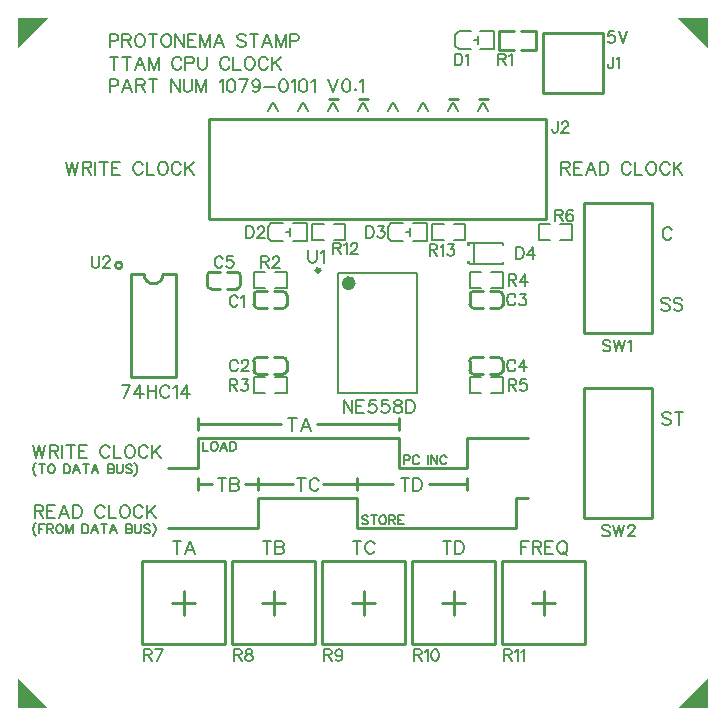
<source format=gto>
G04 Layer: TopSilkscreenLayer*
G04 Panelize: , Column: 2, Row: 2, Board Size: 58.42mm x 58.42mm, Panelized Board Size: 118.84mm x 118.84mm*
G04 EasyEDA v6.5.34, 2023-09-06 22:53:46*
G04 8447068ee38c4666810ae06fb5c4ba43,5a6b42c53f6a479593ecc07194224c93,10*
G04 Gerber Generator version 0.2*
G04 Scale: 100 percent, Rotated: No, Reflected: No *
G04 Dimensions in millimeters *
G04 leading zeros omitted , absolute positions ,4 integer and 5 decimal *
%FSLAX45Y45*%
%MOMM*%

%ADD10C,0.1524*%
%ADD11C,0.1520*%
%ADD12C,0.2540*%
%ADD13C,0.1500*%
%ADD14C,0.2000*%
%ADD15C,0.3000*%
%ADD16C,0.6000*%
%ADD17C,0.0176*%

%LPD*%
D10*
X5036565Y5511037D02*
G01*
X5036565Y5438394D01*
X5031993Y5424678D01*
X5027422Y5420105D01*
X5018277Y5415534D01*
X5009388Y5415534D01*
X5000243Y5420105D01*
X4995672Y5424678D01*
X4991100Y5438394D01*
X4991100Y5447537D01*
X5066538Y5493004D02*
G01*
X5075681Y5497576D01*
X5089397Y5511037D01*
X5089397Y5415534D01*
X5045709Y5726937D02*
G01*
X5000243Y5726937D01*
X4995672Y5686044D01*
X5000243Y5690615D01*
X5013706Y5695187D01*
X5027422Y5695187D01*
X5041138Y5690615D01*
X5050281Y5681471D01*
X5054854Y5668010D01*
X5054854Y5658865D01*
X5050281Y5645150D01*
X5041138Y5636005D01*
X5027422Y5631434D01*
X5013706Y5631434D01*
X5000243Y5636005D01*
X4995672Y5640578D01*
X4991100Y5649721D01*
X5084825Y5726937D02*
G01*
X5121147Y5631434D01*
X5157470Y5726937D02*
G01*
X5121147Y5631434D01*
X774700Y5703315D02*
G01*
X774700Y5594350D01*
X774700Y5703315D02*
G01*
X821436Y5703315D01*
X836929Y5698236D01*
X842263Y5692902D01*
X847344Y5682487D01*
X847344Y5666994D01*
X842263Y5656579D01*
X836929Y5651500D01*
X821436Y5646165D01*
X774700Y5646165D01*
X881634Y5703315D02*
G01*
X881634Y5594350D01*
X881634Y5703315D02*
G01*
X928370Y5703315D01*
X944118Y5698236D01*
X949197Y5692902D01*
X954531Y5682487D01*
X954531Y5672073D01*
X949197Y5661660D01*
X944118Y5656579D01*
X928370Y5651500D01*
X881634Y5651500D01*
X918210Y5651500D02*
G01*
X954531Y5594350D01*
X1019810Y5703315D02*
G01*
X1009650Y5698236D01*
X999236Y5687821D01*
X993902Y5677407D01*
X988821Y5661660D01*
X988821Y5635752D01*
X993902Y5620257D01*
X999236Y5609844D01*
X1009650Y5599429D01*
X1019810Y5594350D01*
X1040637Y5594350D01*
X1051052Y5599429D01*
X1061465Y5609844D01*
X1066800Y5620257D01*
X1071879Y5635752D01*
X1071879Y5661660D01*
X1066800Y5677407D01*
X1061465Y5687821D01*
X1051052Y5698236D01*
X1040637Y5703315D01*
X1019810Y5703315D01*
X1142492Y5703315D02*
G01*
X1142492Y5594350D01*
X1106170Y5703315D02*
G01*
X1178813Y5703315D01*
X1244345Y5703315D02*
G01*
X1233931Y5698236D01*
X1223518Y5687821D01*
X1218437Y5677407D01*
X1213104Y5661660D01*
X1213104Y5635752D01*
X1218437Y5620257D01*
X1223518Y5609844D01*
X1233931Y5599429D01*
X1244345Y5594350D01*
X1265173Y5594350D01*
X1275587Y5599429D01*
X1286002Y5609844D01*
X1291081Y5620257D01*
X1296415Y5635752D01*
X1296415Y5661660D01*
X1291081Y5677407D01*
X1286002Y5687821D01*
X1275587Y5698236D01*
X1265173Y5703315D01*
X1244345Y5703315D01*
X1330705Y5703315D02*
G01*
X1330705Y5594350D01*
X1330705Y5703315D02*
G01*
X1403350Y5594350D01*
X1403350Y5703315D02*
G01*
X1403350Y5594350D01*
X1437639Y5703315D02*
G01*
X1437639Y5594350D01*
X1437639Y5703315D02*
G01*
X1505204Y5703315D01*
X1437639Y5651500D02*
G01*
X1479295Y5651500D01*
X1437639Y5594350D02*
G01*
X1505204Y5594350D01*
X1539494Y5703315D02*
G01*
X1539494Y5594350D01*
X1539494Y5703315D02*
G01*
X1581150Y5594350D01*
X1622552Y5703315D02*
G01*
X1581150Y5594350D01*
X1622552Y5703315D02*
G01*
X1622552Y5594350D01*
X1698497Y5703315D02*
G01*
X1656842Y5594350D01*
X1698497Y5703315D02*
G01*
X1739900Y5594350D01*
X1672589Y5630671D02*
G01*
X1724405Y5630671D01*
X1927097Y5687821D02*
G01*
X1916684Y5698236D01*
X1901189Y5703315D01*
X1880362Y5703315D01*
X1864613Y5698236D01*
X1854200Y5687821D01*
X1854200Y5677407D01*
X1859534Y5666994D01*
X1864613Y5661660D01*
X1875028Y5656579D01*
X1906270Y5646165D01*
X1916684Y5641086D01*
X1921763Y5635752D01*
X1927097Y5625337D01*
X1927097Y5609844D01*
X1916684Y5599429D01*
X1901189Y5594350D01*
X1880362Y5594350D01*
X1864613Y5599429D01*
X1854200Y5609844D01*
X1997709Y5703315D02*
G01*
X1997709Y5594350D01*
X1961388Y5703315D02*
G01*
X2034031Y5703315D01*
X2109977Y5703315D02*
G01*
X2068322Y5594350D01*
X2109977Y5703315D02*
G01*
X2151379Y5594350D01*
X2084070Y5630671D02*
G01*
X2135886Y5630671D01*
X2185670Y5703315D02*
G01*
X2185670Y5594350D01*
X2185670Y5703315D02*
G01*
X2227325Y5594350D01*
X2268981Y5703315D02*
G01*
X2227325Y5594350D01*
X2268981Y5703315D02*
G01*
X2268981Y5594350D01*
X2303272Y5703315D02*
G01*
X2303272Y5594350D01*
X2303272Y5703315D02*
G01*
X2350008Y5703315D01*
X2365502Y5698236D01*
X2370836Y5692902D01*
X2375915Y5682487D01*
X2375915Y5666994D01*
X2370836Y5656579D01*
X2365502Y5651500D01*
X2350008Y5646165D01*
X2303272Y5646165D01*
X811021Y5512815D02*
G01*
X811021Y5403850D01*
X774700Y5512815D02*
G01*
X847344Y5512815D01*
X918210Y5512815D02*
G01*
X918210Y5403850D01*
X881634Y5512815D02*
G01*
X954531Y5512815D01*
X1030223Y5512815D02*
G01*
X988821Y5403850D01*
X1030223Y5512815D02*
G01*
X1071879Y5403850D01*
X1004315Y5440171D02*
G01*
X1056386Y5440171D01*
X1106170Y5512815D02*
G01*
X1106170Y5403850D01*
X1106170Y5512815D02*
G01*
X1147826Y5403850D01*
X1189228Y5512815D02*
G01*
X1147826Y5403850D01*
X1189228Y5512815D02*
G01*
X1189228Y5403850D01*
X1381505Y5486907D02*
G01*
X1376426Y5497321D01*
X1366012Y5507736D01*
X1355597Y5512815D01*
X1334770Y5512815D01*
X1324355Y5507736D01*
X1313942Y5497321D01*
X1308862Y5486907D01*
X1303528Y5471160D01*
X1303528Y5445252D01*
X1308862Y5429757D01*
X1313942Y5419344D01*
X1324355Y5408929D01*
X1334770Y5403850D01*
X1355597Y5403850D01*
X1366012Y5408929D01*
X1376426Y5419344D01*
X1381505Y5429757D01*
X1415795Y5512815D02*
G01*
X1415795Y5403850D01*
X1415795Y5512815D02*
G01*
X1462531Y5512815D01*
X1478279Y5507736D01*
X1483360Y5502402D01*
X1488439Y5491987D01*
X1488439Y5476494D01*
X1483360Y5466079D01*
X1478279Y5461000D01*
X1462531Y5455665D01*
X1415795Y5455665D01*
X1522729Y5512815D02*
G01*
X1522729Y5434837D01*
X1528063Y5419344D01*
X1538478Y5408929D01*
X1553971Y5403850D01*
X1564386Y5403850D01*
X1579879Y5408929D01*
X1590294Y5419344D01*
X1595628Y5434837D01*
X1595628Y5512815D01*
X1787905Y5486907D02*
G01*
X1782571Y5497321D01*
X1772157Y5507736D01*
X1761744Y5512815D01*
X1741170Y5512815D01*
X1730755Y5507736D01*
X1720342Y5497321D01*
X1715007Y5486907D01*
X1709928Y5471160D01*
X1709928Y5445252D01*
X1715007Y5429757D01*
X1720342Y5419344D01*
X1730755Y5408929D01*
X1741170Y5403850D01*
X1761744Y5403850D01*
X1772157Y5408929D01*
X1782571Y5419344D01*
X1787905Y5429757D01*
X1822195Y5512815D02*
G01*
X1822195Y5403850D01*
X1822195Y5403850D02*
G01*
X1884426Y5403850D01*
X1949958Y5512815D02*
G01*
X1939543Y5507736D01*
X1929129Y5497321D01*
X1924050Y5486907D01*
X1918715Y5471160D01*
X1918715Y5445252D01*
X1924050Y5429757D01*
X1929129Y5419344D01*
X1939543Y5408929D01*
X1949958Y5403850D01*
X1970786Y5403850D01*
X1981200Y5408929D01*
X1991359Y5419344D01*
X1996693Y5429757D01*
X2001774Y5445252D01*
X2001774Y5471160D01*
X1996693Y5486907D01*
X1991359Y5497321D01*
X1981200Y5507736D01*
X1970786Y5512815D01*
X1949958Y5512815D01*
X2114041Y5486907D02*
G01*
X2108961Y5497321D01*
X2098547Y5507736D01*
X2088134Y5512815D01*
X2067306Y5512815D01*
X2056891Y5507736D01*
X2046477Y5497321D01*
X2041397Y5486907D01*
X2036063Y5471160D01*
X2036063Y5445252D01*
X2041397Y5429757D01*
X2046477Y5419344D01*
X2056891Y5408929D01*
X2067306Y5403850D01*
X2088134Y5403850D01*
X2098547Y5408929D01*
X2108961Y5419344D01*
X2114041Y5429757D01*
X2148331Y5512815D02*
G01*
X2148331Y5403850D01*
X2221229Y5512815D02*
G01*
X2148331Y5440171D01*
X2174240Y5466079D02*
G01*
X2221229Y5403850D01*
X774700Y5322315D02*
G01*
X774700Y5213350D01*
X774700Y5322315D02*
G01*
X821436Y5322315D01*
X836929Y5317236D01*
X842263Y5311902D01*
X847344Y5301487D01*
X847344Y5285994D01*
X842263Y5275579D01*
X836929Y5270500D01*
X821436Y5265165D01*
X774700Y5265165D01*
X923289Y5322315D02*
G01*
X881634Y5213350D01*
X923289Y5322315D02*
G01*
X964945Y5213350D01*
X897381Y5249671D02*
G01*
X949197Y5249671D01*
X999236Y5322315D02*
G01*
X999236Y5213350D01*
X999236Y5322315D02*
G01*
X1045971Y5322315D01*
X1061465Y5317236D01*
X1066800Y5311902D01*
X1071879Y5301487D01*
X1071879Y5291073D01*
X1066800Y5280660D01*
X1061465Y5275579D01*
X1045971Y5270500D01*
X999236Y5270500D01*
X1035557Y5270500D02*
G01*
X1071879Y5213350D01*
X1142492Y5322315D02*
G01*
X1142492Y5213350D01*
X1106170Y5322315D02*
G01*
X1178813Y5322315D01*
X1293113Y5322315D02*
G01*
X1293113Y5213350D01*
X1293113Y5322315D02*
G01*
X1366012Y5213350D01*
X1366012Y5322315D02*
G01*
X1366012Y5213350D01*
X1400302Y5322315D02*
G01*
X1400302Y5244337D01*
X1405381Y5228844D01*
X1415795Y5218429D01*
X1431289Y5213350D01*
X1441704Y5213350D01*
X1457452Y5218429D01*
X1467865Y5228844D01*
X1472945Y5244337D01*
X1472945Y5322315D01*
X1507236Y5322315D02*
G01*
X1507236Y5213350D01*
X1507236Y5322315D02*
G01*
X1548892Y5213350D01*
X1590294Y5322315D02*
G01*
X1548892Y5213350D01*
X1590294Y5322315D02*
G01*
X1590294Y5213350D01*
X1704594Y5301487D02*
G01*
X1715007Y5306821D01*
X1730755Y5322315D01*
X1730755Y5213350D01*
X1796034Y5322315D02*
G01*
X1780539Y5317236D01*
X1770126Y5301487D01*
X1765045Y5275579D01*
X1765045Y5260086D01*
X1770126Y5233923D01*
X1780539Y5218429D01*
X1796034Y5213350D01*
X1806447Y5213350D01*
X1822195Y5218429D01*
X1832610Y5233923D01*
X1837689Y5260086D01*
X1837689Y5275579D01*
X1832610Y5301487D01*
X1822195Y5317236D01*
X1806447Y5322315D01*
X1796034Y5322315D01*
X1944624Y5322315D02*
G01*
X1892807Y5213350D01*
X1871979Y5322315D02*
G01*
X1944624Y5322315D01*
X2046477Y5285994D02*
G01*
X2041397Y5270500D01*
X2030984Y5260086D01*
X2015490Y5254752D01*
X2010156Y5254752D01*
X1994661Y5260086D01*
X1984247Y5270500D01*
X1978913Y5285994D01*
X1978913Y5291073D01*
X1984247Y5306821D01*
X1994661Y5317236D01*
X2010156Y5322315D01*
X2015490Y5322315D01*
X2030984Y5317236D01*
X2041397Y5306821D01*
X2046477Y5285994D01*
X2046477Y5260086D01*
X2041397Y5233923D01*
X2030984Y5218429D01*
X2015490Y5213350D01*
X2005075Y5213350D01*
X1989327Y5218429D01*
X1984247Y5228844D01*
X2080768Y5260086D02*
G01*
X2174240Y5260086D01*
X2239772Y5322315D02*
G01*
X2224277Y5317236D01*
X2213863Y5301487D01*
X2208529Y5275579D01*
X2208529Y5260086D01*
X2213863Y5233923D01*
X2224277Y5218429D01*
X2239772Y5213350D01*
X2250186Y5213350D01*
X2265679Y5218429D01*
X2276093Y5233923D01*
X2281427Y5260086D01*
X2281427Y5275579D01*
X2276093Y5301487D01*
X2265679Y5317236D01*
X2250186Y5322315D01*
X2239772Y5322315D01*
X2315718Y5301487D02*
G01*
X2326131Y5306821D01*
X2341625Y5322315D01*
X2341625Y5213350D01*
X2407158Y5322315D02*
G01*
X2391409Y5317236D01*
X2381250Y5301487D01*
X2375915Y5275579D01*
X2375915Y5260086D01*
X2381250Y5233923D01*
X2391409Y5218429D01*
X2407158Y5213350D01*
X2417572Y5213350D01*
X2433065Y5218429D01*
X2443479Y5233923D01*
X2448559Y5260086D01*
X2448559Y5275579D01*
X2443479Y5301487D01*
X2433065Y5317236D01*
X2417572Y5322315D01*
X2407158Y5322315D01*
X2482850Y5301487D02*
G01*
X2493263Y5306821D01*
X2509011Y5322315D01*
X2509011Y5213350D01*
X2623311Y5322315D02*
G01*
X2664713Y5213350D01*
X2706370Y5322315D02*
G01*
X2664713Y5213350D01*
X2771902Y5322315D02*
G01*
X2756154Y5317236D01*
X2745740Y5301487D01*
X2740659Y5275579D01*
X2740659Y5260086D01*
X2745740Y5233923D01*
X2756154Y5218429D01*
X2771902Y5213350D01*
X2782315Y5213350D01*
X2797809Y5218429D01*
X2808224Y5233923D01*
X2813304Y5260086D01*
X2813304Y5275579D01*
X2808224Y5301487D01*
X2797809Y5317236D01*
X2782315Y5322315D01*
X2771902Y5322315D01*
X2852927Y5239257D02*
G01*
X2847593Y5233923D01*
X2852927Y5228844D01*
X2858008Y5233923D01*
X2852927Y5239257D01*
X2892297Y5301487D02*
G01*
X2902711Y5306821D01*
X2918459Y5322315D01*
X2918459Y5213350D01*
X2322322Y2452115D02*
G01*
X2322322Y2343150D01*
X2286000Y2452115D02*
G01*
X2358643Y2452115D01*
X2434590Y2452115D02*
G01*
X2392934Y2343150D01*
X2434590Y2452115D02*
G01*
X2476245Y2343150D01*
X2408681Y2379471D02*
G01*
X2460497Y2379471D01*
X1725421Y1944115D02*
G01*
X1725421Y1835150D01*
X1689100Y1944115D02*
G01*
X1761744Y1944115D01*
X1796034Y1944115D02*
G01*
X1796034Y1835150D01*
X1796034Y1944115D02*
G01*
X1842770Y1944115D01*
X1858518Y1939036D01*
X1863597Y1933702D01*
X1868931Y1923287D01*
X1868931Y1912873D01*
X1863597Y1902460D01*
X1858518Y1897379D01*
X1842770Y1892300D01*
X1796034Y1892300D02*
G01*
X1842770Y1892300D01*
X1858518Y1886965D01*
X1863597Y1881886D01*
X1868931Y1871471D01*
X1868931Y1855723D01*
X1863597Y1845310D01*
X1858518Y1840229D01*
X1842770Y1835150D01*
X1796034Y1835150D01*
X2398522Y1944115D02*
G01*
X2398522Y1835150D01*
X2362200Y1944115D02*
G01*
X2434843Y1944115D01*
X2547111Y1918207D02*
G01*
X2542031Y1928621D01*
X2531618Y1939036D01*
X2521204Y1944115D01*
X2500375Y1944115D01*
X2489961Y1939036D01*
X2479547Y1928621D01*
X2474468Y1918207D01*
X2469134Y1902460D01*
X2469134Y1876552D01*
X2474468Y1861057D01*
X2479547Y1850644D01*
X2489961Y1840229D01*
X2500375Y1835150D01*
X2521204Y1835150D01*
X2531618Y1840229D01*
X2542031Y1850644D01*
X2547111Y1861057D01*
X3274822Y1944115D02*
G01*
X3274822Y1835150D01*
X3238500Y1944115D02*
G01*
X3311143Y1944115D01*
X3345434Y1944115D02*
G01*
X3345434Y1835150D01*
X3345434Y1944115D02*
G01*
X3382009Y1944115D01*
X3397504Y1939036D01*
X3407918Y1928621D01*
X3412997Y1918207D01*
X3418331Y1902460D01*
X3418331Y1876552D01*
X3412997Y1861057D01*
X3407918Y1850644D01*
X3397504Y1840229D01*
X3382009Y1835150D01*
X3345434Y1835150D01*
X1344421Y1410715D02*
G01*
X1344421Y1301750D01*
X1308100Y1410715D02*
G01*
X1380744Y1410715D01*
X1456689Y1410715D02*
G01*
X1415034Y1301750D01*
X1456689Y1410715D02*
G01*
X1498345Y1301750D01*
X1430781Y1338071D02*
G01*
X1482597Y1338071D01*
X2106422Y1410715D02*
G01*
X2106422Y1301750D01*
X2070100Y1410715D02*
G01*
X2142743Y1410715D01*
X2177034Y1410715D02*
G01*
X2177034Y1301750D01*
X2177034Y1410715D02*
G01*
X2223770Y1410715D01*
X2239518Y1405636D01*
X2244597Y1400302D01*
X2249931Y1389887D01*
X2249931Y1379473D01*
X2244597Y1369060D01*
X2239518Y1363979D01*
X2223770Y1358900D01*
X2177034Y1358900D02*
G01*
X2223770Y1358900D01*
X2239518Y1353565D01*
X2244597Y1348486D01*
X2249931Y1338071D01*
X2249931Y1322323D01*
X2244597Y1311910D01*
X2239518Y1306829D01*
X2223770Y1301750D01*
X2177034Y1301750D01*
X2868422Y1410715D02*
G01*
X2868422Y1301750D01*
X2832100Y1410715D02*
G01*
X2904743Y1410715D01*
X3017011Y1384807D02*
G01*
X3011931Y1395221D01*
X3001518Y1405636D01*
X2991104Y1410715D01*
X2970275Y1410715D01*
X2959861Y1405636D01*
X2949447Y1395221D01*
X2944368Y1384807D01*
X2939034Y1369060D01*
X2939034Y1343152D01*
X2944368Y1327657D01*
X2949447Y1317244D01*
X2959861Y1306829D01*
X2970275Y1301750D01*
X2991104Y1301750D01*
X3001518Y1306829D01*
X3011931Y1317244D01*
X3017011Y1327657D01*
X3630422Y1410715D02*
G01*
X3630422Y1301750D01*
X3594100Y1410715D02*
G01*
X3666743Y1410715D01*
X3701034Y1410715D02*
G01*
X3701034Y1301750D01*
X3701034Y1410715D02*
G01*
X3737609Y1410715D01*
X3753104Y1405636D01*
X3763518Y1395221D01*
X3768597Y1384807D01*
X3773931Y1369060D01*
X3773931Y1343152D01*
X3768597Y1327657D01*
X3763518Y1317244D01*
X3753104Y1306829D01*
X3737609Y1301750D01*
X3701034Y1301750D01*
X4254500Y1410715D02*
G01*
X4254500Y1301750D01*
X4254500Y1410715D02*
G01*
X4322063Y1410715D01*
X4254500Y1358900D02*
G01*
X4296156Y1358900D01*
X4356354Y1410715D02*
G01*
X4356354Y1301750D01*
X4356354Y1410715D02*
G01*
X4403090Y1410715D01*
X4418584Y1405636D01*
X4423918Y1400302D01*
X4428997Y1389887D01*
X4428997Y1379473D01*
X4423918Y1369060D01*
X4418584Y1363979D01*
X4403090Y1358900D01*
X4356354Y1358900D01*
X4392675Y1358900D02*
G01*
X4428997Y1301750D01*
X4463288Y1410715D02*
G01*
X4463288Y1301750D01*
X4463288Y1410715D02*
G01*
X4530852Y1410715D01*
X4463288Y1358900D02*
G01*
X4504943Y1358900D01*
X4463288Y1301750D02*
G01*
X4530852Y1301750D01*
X4596384Y1410715D02*
G01*
X4585970Y1405636D01*
X4575556Y1395221D01*
X4570475Y1384807D01*
X4565141Y1369060D01*
X4565141Y1343152D01*
X4570475Y1327657D01*
X4575556Y1317244D01*
X4585970Y1306829D01*
X4596384Y1301750D01*
X4617211Y1301750D01*
X4627625Y1306829D01*
X4638040Y1317244D01*
X4643120Y1327657D01*
X4648200Y1343152D01*
X4648200Y1369060D01*
X4643120Y1384807D01*
X4638040Y1395221D01*
X4627625Y1405636D01*
X4617211Y1410715D01*
X4596384Y1410715D01*
X4611877Y1322323D02*
G01*
X4643120Y1291336D01*
X5534913Y4042918D02*
G01*
X5529834Y4053331D01*
X5519420Y4063745D01*
X5509006Y4068826D01*
X5488177Y4068826D01*
X5477763Y4063745D01*
X5467350Y4053331D01*
X5462270Y4042918D01*
X5456936Y4027423D01*
X5456936Y4001262D01*
X5462270Y3985768D01*
X5467350Y3975354D01*
X5477763Y3964939D01*
X5488177Y3959860D01*
X5509006Y3959860D01*
X5519420Y3964939D01*
X5529834Y3975354D01*
X5534913Y3985768D01*
X5517134Y3456431D02*
G01*
X5506720Y3466845D01*
X5490972Y3471926D01*
X5470397Y3471926D01*
X5454650Y3466845D01*
X5444236Y3456431D01*
X5444236Y3446018D01*
X5449570Y3435604D01*
X5454650Y3430523D01*
X5465063Y3425189D01*
X5496306Y3414776D01*
X5506720Y3409695D01*
X5511800Y3404362D01*
X5517134Y3393947D01*
X5517134Y3378454D01*
X5506720Y3368039D01*
X5490972Y3362960D01*
X5470397Y3362960D01*
X5454650Y3368039D01*
X5444236Y3378454D01*
X5624068Y3456431D02*
G01*
X5613654Y3466845D01*
X5598159Y3471926D01*
X5577331Y3471926D01*
X5561838Y3466845D01*
X5551424Y3456431D01*
X5551424Y3446018D01*
X5556504Y3435604D01*
X5561838Y3430523D01*
X5571997Y3425189D01*
X5603240Y3414776D01*
X5613654Y3409695D01*
X5618988Y3404362D01*
X5624068Y3393947D01*
X5624068Y3378454D01*
X5613654Y3368039D01*
X5598159Y3362960D01*
X5577331Y3362960D01*
X5561838Y3368039D01*
X5551424Y3378454D01*
X5012715Y3101093D02*
G01*
X5003571Y3109983D01*
X4989855Y3114555D01*
X4971821Y3114555D01*
X4958105Y3109983D01*
X4948961Y3101093D01*
X4948961Y3091949D01*
X4953533Y3082805D01*
X4958105Y3078233D01*
X4967249Y3073661D01*
X4994427Y3064517D01*
X5003571Y3060199D01*
X5008143Y3055627D01*
X5012715Y3046483D01*
X5012715Y3032767D01*
X5003571Y3023623D01*
X4989855Y3019051D01*
X4971821Y3019051D01*
X4958105Y3023623D01*
X4948961Y3032767D01*
X5042687Y3114555D02*
G01*
X5065293Y3019051D01*
X5088153Y3114555D02*
G01*
X5065293Y3019051D01*
X5088153Y3114555D02*
G01*
X5110759Y3019051D01*
X5133619Y3114555D02*
G01*
X5110759Y3019051D01*
X5163591Y3096521D02*
G01*
X5172735Y3101093D01*
X5186197Y3114555D01*
X5186197Y3019051D01*
X3895206Y5054493D02*
G01*
X3936354Y5127391D01*
X3977248Y5054493D01*
X3641206Y5054493D02*
G01*
X3682354Y5127391D01*
X3723248Y5054493D01*
X3387206Y5054493D02*
G01*
X3428354Y5127391D01*
X3469248Y5054493D01*
X3133206Y5054493D02*
G01*
X3174354Y5127391D01*
X3215248Y5054493D01*
X2879206Y5054493D02*
G01*
X2920354Y5127391D01*
X2961248Y5054493D01*
X2625206Y5054493D02*
G01*
X2666354Y5127391D01*
X2707248Y5054493D01*
X2371206Y5054493D02*
G01*
X2412354Y5127391D01*
X2453248Y5054493D01*
X2117206Y5054493D02*
G01*
X2158354Y5127391D01*
X2199248Y5054493D01*
X4566665Y4964937D02*
G01*
X4566665Y4892294D01*
X4562093Y4878578D01*
X4557522Y4874005D01*
X4548377Y4869434D01*
X4539488Y4869434D01*
X4530343Y4874005D01*
X4525772Y4878578D01*
X4521200Y4892294D01*
X4521200Y4901437D01*
X4601209Y4942331D02*
G01*
X4601209Y4946904D01*
X4605781Y4955794D01*
X4610354Y4960365D01*
X4619497Y4964937D01*
X4637531Y4964937D01*
X4646675Y4960365D01*
X4651247Y4955794D01*
X4655820Y4946904D01*
X4655820Y4937760D01*
X4651247Y4928615D01*
X4642104Y4914900D01*
X4596638Y4869434D01*
X4660391Y4869434D01*
X5008118Y1534921D02*
G01*
X4998974Y1544065D01*
X4985258Y1548637D01*
X4967224Y1548637D01*
X4953508Y1544065D01*
X4944363Y1534921D01*
X4944363Y1526031D01*
X4948936Y1516887D01*
X4953508Y1512315D01*
X4962652Y1507744D01*
X4989829Y1498600D01*
X4998974Y1494028D01*
X5003545Y1489710D01*
X5008118Y1480565D01*
X5008118Y1466850D01*
X4998974Y1457705D01*
X4985258Y1453134D01*
X4967224Y1453134D01*
X4953508Y1457705D01*
X4944363Y1466850D01*
X5038090Y1548637D02*
G01*
X5060695Y1453134D01*
X5083556Y1548637D02*
G01*
X5060695Y1453134D01*
X5083556Y1548637D02*
G01*
X5106161Y1453134D01*
X5129022Y1548637D02*
G01*
X5106161Y1453134D01*
X5163565Y1526031D02*
G01*
X5163565Y1530604D01*
X5168138Y1539494D01*
X5172709Y1544065D01*
X5181600Y1548637D01*
X5199888Y1548637D01*
X5209031Y1544065D01*
X5213604Y1539494D01*
X5218175Y1530604D01*
X5218175Y1521460D01*
X5213604Y1512315D01*
X5204459Y1498600D01*
X5158993Y1453134D01*
X5222747Y1453134D01*
X5525261Y2487421D02*
G01*
X5514847Y2497836D01*
X5499100Y2502915D01*
X5478525Y2502915D01*
X5462777Y2497836D01*
X5452363Y2487421D01*
X5452363Y2477007D01*
X5457697Y2466594D01*
X5462777Y2461260D01*
X5473191Y2456179D01*
X5504434Y2445765D01*
X5514847Y2440686D01*
X5519927Y2435352D01*
X5525261Y2424937D01*
X5525261Y2409444D01*
X5514847Y2399029D01*
X5499100Y2393695D01*
X5478525Y2393695D01*
X5462777Y2399029D01*
X5452363Y2409444D01*
X5595874Y2502915D02*
G01*
X5595874Y2393695D01*
X5559552Y2502915D02*
G01*
X5632195Y2502915D01*
D11*
X948944Y2731515D02*
G01*
X897128Y2622550D01*
X876300Y2731515D02*
G01*
X948944Y2731515D01*
X1035304Y2731515D02*
G01*
X983234Y2658871D01*
X1061212Y2658871D01*
X1035304Y2731515D02*
G01*
X1035304Y2622550D01*
X1095502Y2731515D02*
G01*
X1095502Y2622550D01*
X1168400Y2731515D02*
G01*
X1168400Y2622550D01*
X1095502Y2679700D02*
G01*
X1168400Y2679700D01*
X1280413Y2705607D02*
G01*
X1275334Y2716021D01*
X1264920Y2726436D01*
X1254505Y2731515D01*
X1233678Y2731515D01*
X1223263Y2726436D01*
X1212850Y2716021D01*
X1207770Y2705607D01*
X1202689Y2689860D01*
X1202689Y2663952D01*
X1207770Y2648457D01*
X1212850Y2638044D01*
X1223263Y2627629D01*
X1233678Y2622550D01*
X1254505Y2622550D01*
X1264920Y2627629D01*
X1275334Y2638044D01*
X1280413Y2648457D01*
X1314704Y2710687D02*
G01*
X1325118Y2716021D01*
X1340865Y2731515D01*
X1340865Y2622550D01*
X1426971Y2731515D02*
G01*
X1375155Y2658871D01*
X1452879Y2658871D01*
X1426971Y2731515D02*
G01*
X1426971Y2622550D01*
X2755900Y2604515D02*
G01*
X2755900Y2495550D01*
X2755900Y2604515D02*
G01*
X2828543Y2495550D01*
X2828543Y2604515D02*
G01*
X2828543Y2495550D01*
X2862834Y2604515D02*
G01*
X2862834Y2495550D01*
X2862834Y2604515D02*
G01*
X2930397Y2604515D01*
X2862834Y2552700D02*
G01*
X2904490Y2552700D01*
X2862834Y2495550D02*
G01*
X2930397Y2495550D01*
X3027172Y2604515D02*
G01*
X2975102Y2604515D01*
X2970022Y2557779D01*
X2975102Y2562860D01*
X2990850Y2568194D01*
X3006343Y2568194D01*
X3021838Y2562860D01*
X3032252Y2552700D01*
X3037586Y2536952D01*
X3037586Y2526537D01*
X3032252Y2511044D01*
X3021838Y2500629D01*
X3006343Y2495550D01*
X2990850Y2495550D01*
X2975102Y2500629D01*
X2970022Y2505710D01*
X2964688Y2516123D01*
X3134106Y2604515D02*
G01*
X3082290Y2604515D01*
X3076956Y2557779D01*
X3082290Y2562860D01*
X3097784Y2568194D01*
X3113277Y2568194D01*
X3129025Y2562860D01*
X3139440Y2552700D01*
X3144520Y2536952D01*
X3144520Y2526537D01*
X3139440Y2511044D01*
X3129025Y2500629D01*
X3113277Y2495550D01*
X3097784Y2495550D01*
X3082290Y2500629D01*
X3076956Y2505710D01*
X3071875Y2516123D01*
X3204718Y2604515D02*
G01*
X3189224Y2599436D01*
X3183890Y2589021D01*
X3183890Y2578607D01*
X3189224Y2568194D01*
X3199638Y2562860D01*
X3220465Y2557779D01*
X3235959Y2552700D01*
X3246374Y2542286D01*
X3251454Y2531871D01*
X3251454Y2516123D01*
X3246374Y2505710D01*
X3241040Y2500629D01*
X3225545Y2495550D01*
X3204718Y2495550D01*
X3189224Y2500629D01*
X3183890Y2505710D01*
X3178809Y2516123D01*
X3178809Y2531871D01*
X3183890Y2542286D01*
X3194304Y2552700D01*
X3210052Y2557779D01*
X3230879Y2562860D01*
X3241040Y2568194D01*
X3246374Y2578607D01*
X3246374Y2589021D01*
X3241040Y2599436D01*
X3225545Y2604515D01*
X3204718Y2604515D01*
X3285743Y2604515D02*
G01*
X3285743Y2495550D01*
X3285743Y2604515D02*
G01*
X3322320Y2604515D01*
X3337813Y2599436D01*
X3348227Y2589021D01*
X3353308Y2578607D01*
X3358641Y2562860D01*
X3358641Y2536952D01*
X3353308Y2521457D01*
X3348227Y2511044D01*
X3337813Y2500629D01*
X3322320Y2495550D01*
X3285743Y2495550D01*
D10*
X4597400Y4623815D02*
G01*
X4597400Y4514850D01*
X4597400Y4623815D02*
G01*
X4644136Y4623815D01*
X4659629Y4618736D01*
X4664963Y4613402D01*
X4670043Y4602987D01*
X4670043Y4592573D01*
X4664963Y4582160D01*
X4659629Y4577079D01*
X4644136Y4572000D01*
X4597400Y4572000D01*
X4633722Y4572000D02*
G01*
X4670043Y4514850D01*
X4704334Y4623815D02*
G01*
X4704334Y4514850D01*
X4704334Y4623815D02*
G01*
X4771897Y4623815D01*
X4704334Y4572000D02*
G01*
X4745990Y4572000D01*
X4704334Y4514850D02*
G01*
X4771897Y4514850D01*
X4847843Y4623815D02*
G01*
X4806188Y4514850D01*
X4847843Y4623815D02*
G01*
X4889500Y4514850D01*
X4821936Y4551171D02*
G01*
X4873752Y4551171D01*
X4923790Y4623815D02*
G01*
X4923790Y4514850D01*
X4923790Y4623815D02*
G01*
X4960111Y4623815D01*
X4975606Y4618736D01*
X4986020Y4608321D01*
X4991100Y4597907D01*
X4996434Y4582160D01*
X4996434Y4556252D01*
X4991100Y4540757D01*
X4986020Y4530344D01*
X4975606Y4519929D01*
X4960111Y4514850D01*
X4923790Y4514850D01*
X5188711Y4597907D02*
G01*
X5183377Y4608321D01*
X5172963Y4618736D01*
X5162550Y4623815D01*
X5141975Y4623815D01*
X5131561Y4618736D01*
X5121147Y4608321D01*
X5115813Y4597907D01*
X5110734Y4582160D01*
X5110734Y4556252D01*
X5115813Y4540757D01*
X5121147Y4530344D01*
X5131561Y4519929D01*
X5141975Y4514850D01*
X5162550Y4514850D01*
X5172963Y4519929D01*
X5183377Y4530344D01*
X5188711Y4540757D01*
X5223002Y4623815D02*
G01*
X5223002Y4514850D01*
X5223002Y4514850D02*
G01*
X5285231Y4514850D01*
X5350763Y4623815D02*
G01*
X5340350Y4618736D01*
X5329936Y4608321D01*
X5324856Y4597907D01*
X5319522Y4582160D01*
X5319522Y4556252D01*
X5324856Y4540757D01*
X5329936Y4530344D01*
X5340350Y4519929D01*
X5350763Y4514850D01*
X5371591Y4514850D01*
X5382006Y4519929D01*
X5392420Y4530344D01*
X5397500Y4540757D01*
X5402579Y4556252D01*
X5402579Y4582160D01*
X5397500Y4597907D01*
X5392420Y4608321D01*
X5382006Y4618736D01*
X5371591Y4623815D01*
X5350763Y4623815D01*
X5514847Y4597907D02*
G01*
X5509768Y4608321D01*
X5499354Y4618736D01*
X5488940Y4623815D01*
X5468111Y4623815D01*
X5457697Y4618736D01*
X5447284Y4608321D01*
X5442204Y4597907D01*
X5436870Y4582160D01*
X5436870Y4556252D01*
X5442204Y4540757D01*
X5447284Y4530344D01*
X5457697Y4519929D01*
X5468111Y4514850D01*
X5488940Y4514850D01*
X5499354Y4519929D01*
X5509768Y4530344D01*
X5514847Y4540757D01*
X5549138Y4623815D02*
G01*
X5549138Y4514850D01*
X5622036Y4623815D02*
G01*
X5549138Y4551171D01*
X5575300Y4577079D02*
G01*
X5622036Y4514850D01*
X406400Y4623815D02*
G01*
X432307Y4514850D01*
X458470Y4623815D02*
G01*
X432307Y4514850D01*
X458470Y4623815D02*
G01*
X484378Y4514850D01*
X510286Y4623815D02*
G01*
X484378Y4514850D01*
X544576Y4623815D02*
G01*
X544576Y4514850D01*
X544576Y4623815D02*
G01*
X591312Y4623815D01*
X607060Y4618736D01*
X612139Y4613402D01*
X617220Y4602987D01*
X617220Y4592573D01*
X612139Y4582160D01*
X607060Y4577079D01*
X591312Y4572000D01*
X544576Y4572000D01*
X580897Y4572000D02*
G01*
X617220Y4514850D01*
X651510Y4623815D02*
G01*
X651510Y4514850D01*
X722376Y4623815D02*
G01*
X722376Y4514850D01*
X685800Y4623815D02*
G01*
X758697Y4623815D01*
X792987Y4623815D02*
G01*
X792987Y4514850D01*
X792987Y4623815D02*
G01*
X860552Y4623815D01*
X792987Y4572000D02*
G01*
X834389Y4572000D01*
X792987Y4514850D02*
G01*
X860552Y4514850D01*
X1052829Y4597907D02*
G01*
X1047495Y4608321D01*
X1037081Y4618736D01*
X1026668Y4623815D01*
X1005839Y4623815D01*
X995679Y4618736D01*
X985265Y4608321D01*
X979931Y4597907D01*
X974852Y4582160D01*
X974852Y4556252D01*
X979931Y4540757D01*
X985265Y4530344D01*
X995679Y4519929D01*
X1005839Y4514850D01*
X1026668Y4514850D01*
X1037081Y4519929D01*
X1047495Y4530344D01*
X1052829Y4540757D01*
X1087120Y4623815D02*
G01*
X1087120Y4514850D01*
X1087120Y4514850D02*
G01*
X1149350Y4514850D01*
X1214881Y4623815D02*
G01*
X1204468Y4618736D01*
X1194054Y4608321D01*
X1188720Y4597907D01*
X1183639Y4582160D01*
X1183639Y4556252D01*
X1188720Y4540757D01*
X1194054Y4530344D01*
X1204468Y4519929D01*
X1214881Y4514850D01*
X1235710Y4514850D01*
X1245870Y4519929D01*
X1256284Y4530344D01*
X1261618Y4540757D01*
X1266697Y4556252D01*
X1266697Y4582160D01*
X1261618Y4597907D01*
X1256284Y4608321D01*
X1245870Y4618736D01*
X1235710Y4623815D01*
X1214881Y4623815D01*
X1378965Y4597907D02*
G01*
X1373886Y4608321D01*
X1363471Y4618736D01*
X1353057Y4623815D01*
X1332229Y4623815D01*
X1321815Y4618736D01*
X1311402Y4608321D01*
X1306321Y4597907D01*
X1300987Y4582160D01*
X1300987Y4556252D01*
X1306321Y4540757D01*
X1311402Y4530344D01*
X1321815Y4519929D01*
X1332229Y4514850D01*
X1353057Y4514850D01*
X1363471Y4519929D01*
X1373886Y4530344D01*
X1378965Y4540757D01*
X1413255Y4623815D02*
G01*
X1413255Y4514850D01*
X1485900Y4623815D02*
G01*
X1413255Y4551171D01*
X1439163Y4577079D02*
G01*
X1485900Y4514850D01*
X127000Y2223515D02*
G01*
X152907Y2114550D01*
X179070Y2223515D02*
G01*
X152907Y2114550D01*
X179070Y2223515D02*
G01*
X204978Y2114550D01*
X230886Y2223515D02*
G01*
X204978Y2114550D01*
X265176Y2223515D02*
G01*
X265176Y2114550D01*
X265176Y2223515D02*
G01*
X311912Y2223515D01*
X327660Y2218436D01*
X332739Y2213102D01*
X337820Y2202687D01*
X337820Y2192273D01*
X332739Y2181860D01*
X327660Y2176779D01*
X311912Y2171700D01*
X265176Y2171700D01*
X301497Y2171700D02*
G01*
X337820Y2114550D01*
X372110Y2223515D02*
G01*
X372110Y2114550D01*
X442976Y2223515D02*
G01*
X442976Y2114550D01*
X406400Y2223515D02*
G01*
X479297Y2223515D01*
X513587Y2223515D02*
G01*
X513587Y2114550D01*
X513587Y2223515D02*
G01*
X581152Y2223515D01*
X513587Y2171700D02*
G01*
X554989Y2171700D01*
X513587Y2114550D02*
G01*
X581152Y2114550D01*
X773429Y2197607D02*
G01*
X768095Y2208021D01*
X757681Y2218436D01*
X747268Y2223515D01*
X726439Y2223515D01*
X716279Y2218436D01*
X705865Y2208021D01*
X700531Y2197607D01*
X695452Y2181860D01*
X695452Y2155952D01*
X700531Y2140457D01*
X705865Y2130044D01*
X716279Y2119629D01*
X726439Y2114550D01*
X747268Y2114550D01*
X757681Y2119629D01*
X768095Y2130044D01*
X773429Y2140457D01*
X807720Y2223515D02*
G01*
X807720Y2114550D01*
X807720Y2114550D02*
G01*
X869950Y2114550D01*
X935481Y2223515D02*
G01*
X925068Y2218436D01*
X914654Y2208021D01*
X909320Y2197607D01*
X904239Y2181860D01*
X904239Y2155952D01*
X909320Y2140457D01*
X914654Y2130044D01*
X925068Y2119629D01*
X935481Y2114550D01*
X956310Y2114550D01*
X966470Y2119629D01*
X976884Y2130044D01*
X982218Y2140457D01*
X987297Y2155952D01*
X987297Y2181860D01*
X982218Y2197607D01*
X976884Y2208021D01*
X966470Y2218436D01*
X956310Y2223515D01*
X935481Y2223515D01*
X1099565Y2197607D02*
G01*
X1094486Y2208021D01*
X1084071Y2218436D01*
X1073657Y2223515D01*
X1052829Y2223515D01*
X1042415Y2218436D01*
X1032002Y2208021D01*
X1026921Y2197607D01*
X1021587Y2181860D01*
X1021587Y2155952D01*
X1026921Y2140457D01*
X1032002Y2130044D01*
X1042415Y2119629D01*
X1052829Y2114550D01*
X1073657Y2114550D01*
X1084071Y2119629D01*
X1094486Y2130044D01*
X1099565Y2140457D01*
X1133855Y2223515D02*
G01*
X1133855Y2114550D01*
X1206500Y2223515D02*
G01*
X1133855Y2150871D01*
X1159763Y2176779D02*
G01*
X1206500Y2114550D01*
X139700Y1715515D02*
G01*
X139700Y1606550D01*
X139700Y1715515D02*
G01*
X186436Y1715515D01*
X201929Y1710436D01*
X207263Y1705102D01*
X212344Y1694687D01*
X212344Y1684273D01*
X207263Y1673860D01*
X201929Y1668779D01*
X186436Y1663700D01*
X139700Y1663700D01*
X176021Y1663700D02*
G01*
X212344Y1606550D01*
X246634Y1715515D02*
G01*
X246634Y1606550D01*
X246634Y1715515D02*
G01*
X314197Y1715515D01*
X246634Y1663700D02*
G01*
X288289Y1663700D01*
X246634Y1606550D02*
G01*
X314197Y1606550D01*
X390144Y1715515D02*
G01*
X348487Y1606550D01*
X390144Y1715515D02*
G01*
X431800Y1606550D01*
X364236Y1642871D02*
G01*
X416052Y1642871D01*
X466089Y1715515D02*
G01*
X466089Y1606550D01*
X466089Y1715515D02*
G01*
X502412Y1715515D01*
X517905Y1710436D01*
X528320Y1700021D01*
X533400Y1689607D01*
X538734Y1673860D01*
X538734Y1647952D01*
X533400Y1632457D01*
X528320Y1622044D01*
X517905Y1611629D01*
X502412Y1606550D01*
X466089Y1606550D01*
X731012Y1689607D02*
G01*
X725678Y1700021D01*
X715263Y1710436D01*
X704850Y1715515D01*
X684276Y1715515D01*
X673862Y1710436D01*
X663447Y1700021D01*
X658113Y1689607D01*
X653034Y1673860D01*
X653034Y1647952D01*
X658113Y1632457D01*
X663447Y1622044D01*
X673862Y1611629D01*
X684276Y1606550D01*
X704850Y1606550D01*
X715263Y1611629D01*
X725678Y1622044D01*
X731012Y1632457D01*
X765302Y1715515D02*
G01*
X765302Y1606550D01*
X765302Y1606550D02*
G01*
X827531Y1606550D01*
X893063Y1715515D02*
G01*
X882650Y1710436D01*
X872236Y1700021D01*
X867155Y1689607D01*
X861821Y1673860D01*
X861821Y1647952D01*
X867155Y1632457D01*
X872236Y1622044D01*
X882650Y1611629D01*
X893063Y1606550D01*
X913892Y1606550D01*
X924305Y1611629D01*
X934720Y1622044D01*
X939800Y1632457D01*
X944879Y1647952D01*
X944879Y1673860D01*
X939800Y1689607D01*
X934720Y1700021D01*
X924305Y1710436D01*
X913892Y1715515D01*
X893063Y1715515D01*
X1057147Y1689607D02*
G01*
X1052068Y1700021D01*
X1041654Y1710436D01*
X1031239Y1715515D01*
X1010412Y1715515D01*
X999997Y1710436D01*
X989584Y1700021D01*
X984504Y1689607D01*
X979170Y1673860D01*
X979170Y1647952D01*
X984504Y1632457D01*
X989584Y1622044D01*
X999997Y1611629D01*
X1010412Y1606550D01*
X1031239Y1606550D01*
X1041654Y1611629D01*
X1052068Y1622044D01*
X1057147Y1632457D01*
X1091437Y1715515D02*
G01*
X1091437Y1606550D01*
X1164336Y1715515D02*
G01*
X1091437Y1642871D01*
X1117600Y1668779D02*
G01*
X1164336Y1606550D01*
X152400Y2076450D02*
G01*
X145287Y2069084D01*
X137921Y2058415D01*
X130555Y2043684D01*
X127000Y2025650D01*
X127000Y2010918D01*
X130555Y1992884D01*
X137921Y1978405D01*
X145287Y1967484D01*
X152400Y1960118D01*
X201929Y2061971D02*
G01*
X201929Y1985518D01*
X176529Y2061971D02*
G01*
X227329Y2061971D01*
X273304Y2061971D02*
G01*
X265937Y2058415D01*
X258571Y2051050D01*
X255015Y2043684D01*
X251460Y2032762D01*
X251460Y2014728D01*
X255015Y2003805D01*
X258571Y1996439D01*
X265937Y1989073D01*
X273304Y1985518D01*
X287781Y1985518D01*
X294894Y1989073D01*
X302260Y1996439D01*
X305815Y2003805D01*
X309626Y2014728D01*
X309626Y2032762D01*
X305815Y2043684D01*
X302260Y2051050D01*
X294894Y2058415D01*
X287781Y2061971D01*
X273304Y2061971D01*
X389636Y2061971D02*
G01*
X389636Y1985518D01*
X389636Y2061971D02*
G01*
X415036Y2061971D01*
X425957Y2058415D01*
X433070Y2051050D01*
X436879Y2043684D01*
X440436Y2032762D01*
X440436Y2014728D01*
X436879Y2003805D01*
X433070Y1996439D01*
X425957Y1989073D01*
X415036Y1985518D01*
X389636Y1985518D01*
X493521Y2061971D02*
G01*
X464565Y1985518D01*
X493521Y2061971D02*
G01*
X522731Y1985518D01*
X475487Y2010918D02*
G01*
X511810Y2010918D01*
X572007Y2061971D02*
G01*
X572007Y1985518D01*
X546607Y2061971D02*
G01*
X597662Y2061971D01*
X650747Y2061971D02*
G01*
X621537Y1985518D01*
X650747Y2061971D02*
G01*
X679704Y1985518D01*
X632460Y2010918D02*
G01*
X668781Y2010918D01*
X759713Y2061971D02*
G01*
X759713Y1985518D01*
X759713Y2061971D02*
G01*
X792479Y2061971D01*
X803402Y2058415D01*
X806957Y2054605D01*
X810513Y2047494D01*
X810513Y2040128D01*
X806957Y2032762D01*
X803402Y2029205D01*
X792479Y2025650D01*
X759713Y2025650D02*
G01*
X792479Y2025650D01*
X803402Y2021839D01*
X806957Y2018284D01*
X810513Y2010918D01*
X810513Y1999995D01*
X806957Y1992884D01*
X803402Y1989073D01*
X792479Y1985518D01*
X759713Y1985518D01*
X834644Y2061971D02*
G01*
X834644Y2007362D01*
X838200Y1996439D01*
X845565Y1989073D01*
X856487Y1985518D01*
X863600Y1985518D01*
X874521Y1989073D01*
X881887Y1996439D01*
X885444Y2007362D01*
X885444Y2061971D01*
X960373Y2051050D02*
G01*
X953262Y2058415D01*
X942339Y2061971D01*
X927607Y2061971D01*
X916939Y2058415D01*
X909573Y2051050D01*
X909573Y2043684D01*
X913129Y2036571D01*
X916939Y2032762D01*
X924052Y2029205D01*
X945895Y2021839D01*
X953262Y2018284D01*
X956818Y2014728D01*
X960373Y2007362D01*
X960373Y1996439D01*
X953262Y1989073D01*
X942339Y1985518D01*
X927607Y1985518D01*
X916939Y1989073D01*
X909573Y1996439D01*
X984504Y2076450D02*
G01*
X991615Y2069084D01*
X998981Y2058415D01*
X1006347Y2043684D01*
X1009904Y2025650D01*
X1009904Y2010918D01*
X1006347Y1992884D01*
X998981Y1978405D01*
X991615Y1967484D01*
X984504Y1960118D01*
X152400Y1568450D02*
G01*
X145287Y1561084D01*
X137921Y1550415D01*
X130555Y1535684D01*
X127000Y1517650D01*
X127000Y1502918D01*
X130555Y1484884D01*
X137921Y1470405D01*
X145287Y1459484D01*
X152400Y1452118D01*
X176529Y1553971D02*
G01*
X176529Y1477518D01*
X176529Y1553971D02*
G01*
X223773Y1553971D01*
X176529Y1517650D02*
G01*
X205486Y1517650D01*
X247650Y1553971D02*
G01*
X247650Y1477518D01*
X247650Y1553971D02*
G01*
X280415Y1553971D01*
X291337Y1550415D01*
X294894Y1546605D01*
X298704Y1539494D01*
X298704Y1532128D01*
X294894Y1524762D01*
X291337Y1521205D01*
X280415Y1517650D01*
X247650Y1517650D01*
X273304Y1517650D02*
G01*
X298704Y1477518D01*
X344423Y1553971D02*
G01*
X337057Y1550415D01*
X329945Y1543050D01*
X326389Y1535684D01*
X322579Y1524762D01*
X322579Y1506728D01*
X326389Y1495805D01*
X329945Y1488439D01*
X337057Y1481073D01*
X344423Y1477518D01*
X358902Y1477518D01*
X366268Y1481073D01*
X373634Y1488439D01*
X377189Y1495805D01*
X380745Y1506728D01*
X380745Y1524762D01*
X377189Y1535684D01*
X373634Y1543050D01*
X366268Y1550415D01*
X358902Y1553971D01*
X344423Y1553971D01*
X404876Y1553971D02*
G01*
X404876Y1477518D01*
X404876Y1553971D02*
G01*
X433831Y1477518D01*
X463042Y1553971D02*
G01*
X433831Y1477518D01*
X463042Y1553971D02*
G01*
X463042Y1477518D01*
X543052Y1553971D02*
G01*
X543052Y1477518D01*
X543052Y1553971D02*
G01*
X568452Y1553971D01*
X579373Y1550415D01*
X586739Y1543050D01*
X590295Y1535684D01*
X593852Y1524762D01*
X593852Y1506728D01*
X590295Y1495805D01*
X586739Y1488439D01*
X579373Y1481073D01*
X568452Y1477518D01*
X543052Y1477518D01*
X646937Y1553971D02*
G01*
X617981Y1477518D01*
X646937Y1553971D02*
G01*
X676147Y1477518D01*
X628904Y1502918D02*
G01*
X665226Y1502918D01*
X725423Y1553971D02*
G01*
X725423Y1477518D01*
X700023Y1553971D02*
G01*
X751078Y1553971D01*
X804163Y1553971D02*
G01*
X774954Y1477518D01*
X804163Y1553971D02*
G01*
X833120Y1477518D01*
X785876Y1502918D02*
G01*
X822197Y1502918D01*
X913129Y1553971D02*
G01*
X913129Y1477518D01*
X913129Y1553971D02*
G01*
X945895Y1553971D01*
X956818Y1550415D01*
X960373Y1546605D01*
X964184Y1539494D01*
X964184Y1532128D01*
X960373Y1524762D01*
X956818Y1521205D01*
X945895Y1517650D01*
X913129Y1517650D02*
G01*
X945895Y1517650D01*
X956818Y1513839D01*
X960373Y1510284D01*
X964184Y1502918D01*
X964184Y1491995D01*
X960373Y1484884D01*
X956818Y1481073D01*
X945895Y1477518D01*
X913129Y1477518D01*
X988060Y1553971D02*
G01*
X988060Y1499362D01*
X991615Y1488439D01*
X998981Y1481073D01*
X1009904Y1477518D01*
X1017270Y1477518D01*
X1028192Y1481073D01*
X1035304Y1488439D01*
X1039113Y1499362D01*
X1039113Y1553971D01*
X1113789Y1543050D02*
G01*
X1106678Y1550415D01*
X1095755Y1553971D01*
X1081278Y1553971D01*
X1070355Y1550415D01*
X1062989Y1543050D01*
X1062989Y1535684D01*
X1066545Y1528571D01*
X1070355Y1524762D01*
X1077468Y1521205D01*
X1099312Y1513839D01*
X1106678Y1510284D01*
X1110234Y1506728D01*
X1113789Y1499362D01*
X1113789Y1488439D01*
X1106678Y1481073D01*
X1095755Y1477518D01*
X1081278Y1477518D01*
X1070355Y1481073D01*
X1062989Y1488439D01*
X1137920Y1568450D02*
G01*
X1145286Y1561084D01*
X1152397Y1550415D01*
X1159763Y1535684D01*
X1163320Y1517650D01*
X1163320Y1502918D01*
X1159763Y1484884D01*
X1152397Y1470405D01*
X1145286Y1459484D01*
X1137920Y1452118D01*
X2959100Y1619115D02*
G01*
X2951988Y1626481D01*
X2941065Y1630037D01*
X2926588Y1630037D01*
X2915665Y1626481D01*
X2908300Y1619115D01*
X2908300Y1612003D01*
X2911856Y1604637D01*
X2915665Y1601081D01*
X2922777Y1597525D01*
X2944622Y1590159D01*
X2951988Y1586603D01*
X2955543Y1582793D01*
X2959100Y1575681D01*
X2959100Y1564759D01*
X2951988Y1557393D01*
X2941065Y1553837D01*
X2926588Y1553837D01*
X2915665Y1557393D01*
X2908300Y1564759D01*
X3008629Y1630037D02*
G01*
X3008629Y1553837D01*
X2983229Y1630037D02*
G01*
X3034029Y1630037D01*
X3080004Y1630037D02*
G01*
X3072638Y1626481D01*
X3065272Y1619115D01*
X3061715Y1612003D01*
X3058159Y1601081D01*
X3058159Y1582793D01*
X3061715Y1571871D01*
X3065272Y1564759D01*
X3072638Y1557393D01*
X3080004Y1553837D01*
X3094481Y1553837D01*
X3101847Y1557393D01*
X3108959Y1564759D01*
X3112770Y1571871D01*
X3116325Y1582793D01*
X3116325Y1601081D01*
X3112770Y1612003D01*
X3108959Y1619115D01*
X3101847Y1626481D01*
X3094481Y1630037D01*
X3080004Y1630037D01*
X3140202Y1630037D02*
G01*
X3140202Y1553837D01*
X3140202Y1630037D02*
G01*
X3172968Y1630037D01*
X3183890Y1626481D01*
X3187445Y1622925D01*
X3191256Y1615559D01*
X3191256Y1608193D01*
X3187445Y1601081D01*
X3183890Y1597525D01*
X3172968Y1593715D01*
X3140202Y1593715D01*
X3165856Y1593715D02*
G01*
X3191256Y1553837D01*
X3215131Y1630037D02*
G01*
X3215131Y1553837D01*
X3215131Y1630037D02*
G01*
X3262375Y1630037D01*
X3215131Y1593715D02*
G01*
X3244341Y1593715D01*
X3215131Y1553837D02*
G01*
X3262375Y1553837D01*
X1562100Y2252471D02*
G01*
X1562100Y2176018D01*
X1562100Y2176018D02*
G01*
X1605787Y2176018D01*
X1651507Y2252471D02*
G01*
X1644395Y2248915D01*
X1637029Y2241550D01*
X1633473Y2234184D01*
X1629663Y2223262D01*
X1629663Y2205228D01*
X1633473Y2194305D01*
X1637029Y2186939D01*
X1644395Y2179573D01*
X1651507Y2176018D01*
X1665986Y2176018D01*
X1673352Y2179573D01*
X1680718Y2186939D01*
X1684273Y2194305D01*
X1687829Y2205228D01*
X1687829Y2223262D01*
X1684273Y2234184D01*
X1680718Y2241550D01*
X1673352Y2248915D01*
X1665986Y2252471D01*
X1651507Y2252471D01*
X1740915Y2252471D02*
G01*
X1711960Y2176018D01*
X1740915Y2252471D02*
G01*
X1770126Y2176018D01*
X1722881Y2201418D02*
G01*
X1759204Y2201418D01*
X1794002Y2252471D02*
G01*
X1794002Y2176018D01*
X1794002Y2252471D02*
G01*
X1819655Y2252471D01*
X1830578Y2248915D01*
X1837689Y2241550D01*
X1841245Y2234184D01*
X1845055Y2223262D01*
X1845055Y2205228D01*
X1841245Y2194305D01*
X1837689Y2186939D01*
X1830578Y2179573D01*
X1819655Y2176018D01*
X1794002Y2176018D01*
X3263900Y2138171D02*
G01*
X3263900Y2061718D01*
X3263900Y2138171D02*
G01*
X3296665Y2138171D01*
X3307588Y2134615D01*
X3311143Y2130805D01*
X3314700Y2123694D01*
X3314700Y2112771D01*
X3311143Y2105405D01*
X3307588Y2101850D01*
X3296665Y2098039D01*
X3263900Y2098039D01*
X3393440Y2119884D02*
G01*
X3389629Y2127250D01*
X3382518Y2134615D01*
X3375152Y2138171D01*
X3360674Y2138171D01*
X3353308Y2134615D01*
X3346195Y2127250D01*
X3342386Y2119884D01*
X3338829Y2108962D01*
X3338829Y2090928D01*
X3342386Y2080005D01*
X3346195Y2072639D01*
X3353308Y2065273D01*
X3360674Y2061718D01*
X3375152Y2061718D01*
X3382518Y2065273D01*
X3389629Y2072639D01*
X3393440Y2080005D01*
X3473450Y2138171D02*
G01*
X3473450Y2061718D01*
X3497325Y2138171D02*
G01*
X3497325Y2061718D01*
X3497325Y2138171D02*
G01*
X3548379Y2061718D01*
X3548379Y2138171D02*
G01*
X3548379Y2061718D01*
X3626865Y2119884D02*
G01*
X3623056Y2127250D01*
X3615943Y2134615D01*
X3608577Y2138171D01*
X3594100Y2138171D01*
X3586734Y2134615D01*
X3579622Y2127250D01*
X3575811Y2119884D01*
X3572256Y2108962D01*
X3572256Y2090928D01*
X3575811Y2080005D01*
X3579622Y2072639D01*
X3586734Y2065273D01*
X3594100Y2061718D01*
X3608577Y2061718D01*
X3615943Y2065273D01*
X3623056Y2072639D01*
X3626865Y2080005D01*
X622300Y3821937D02*
G01*
X622300Y3753865D01*
X626871Y3740150D01*
X636015Y3731005D01*
X649478Y3726434D01*
X658621Y3726434D01*
X672337Y3731005D01*
X681481Y3740150D01*
X686054Y3753865D01*
X686054Y3821937D01*
X720597Y3799331D02*
G01*
X720597Y3803904D01*
X724915Y3813047D01*
X729487Y3817365D01*
X738631Y3821937D01*
X756920Y3821937D01*
X766063Y3817365D01*
X770381Y3813047D01*
X774954Y3803904D01*
X774954Y3794760D01*
X770381Y3785615D01*
X761492Y3771900D01*
X716026Y3726434D01*
X779526Y3726434D01*
X1930400Y4075937D02*
G01*
X1930400Y3980434D01*
X1930400Y4075937D02*
G01*
X1962150Y4075937D01*
X1975865Y4071365D01*
X1985009Y4062476D01*
X1989581Y4053331D01*
X1994154Y4039615D01*
X1994154Y4017010D01*
X1989581Y4003294D01*
X1985009Y3994150D01*
X1975865Y3985005D01*
X1962150Y3980434D01*
X1930400Y3980434D01*
X2028697Y4053331D02*
G01*
X2028697Y4057904D01*
X2033015Y4066794D01*
X2037588Y4071365D01*
X2046731Y4075937D01*
X2065020Y4075937D01*
X2073909Y4071365D01*
X2078481Y4066794D01*
X2083054Y4057904D01*
X2083054Y4048760D01*
X2078481Y4039615D01*
X2069591Y4025900D01*
X2024125Y3980434D01*
X2087625Y3980434D01*
X2946400Y4075937D02*
G01*
X2946400Y3980434D01*
X2946400Y4075937D02*
G01*
X2978150Y4075937D01*
X2991865Y4071365D01*
X3001009Y4062476D01*
X3005581Y4053331D01*
X3010154Y4039615D01*
X3010154Y4017010D01*
X3005581Y4003294D01*
X3001009Y3994150D01*
X2991865Y3985005D01*
X2978150Y3980434D01*
X2946400Y3980434D01*
X3049015Y4075937D02*
G01*
X3099054Y4075937D01*
X3071875Y4039615D01*
X3085591Y4039615D01*
X3094481Y4035044D01*
X3099054Y4030471D01*
X3103625Y4017010D01*
X3103625Y4007865D01*
X3099054Y3994150D01*
X3089909Y3985005D01*
X3076447Y3980434D01*
X3062731Y3980434D01*
X3049015Y3985005D01*
X3044697Y3989578D01*
X3040125Y3998721D01*
X4064005Y5536437D02*
G01*
X4064005Y5440934D01*
X4064005Y5536437D02*
G01*
X4104893Y5536437D01*
X4118609Y5531865D01*
X4123181Y5527294D01*
X4127756Y5518404D01*
X4127756Y5509260D01*
X4123181Y5500115D01*
X4118609Y5495544D01*
X4104893Y5490971D01*
X4064005Y5490971D01*
X4095755Y5490971D02*
G01*
X4127756Y5440934D01*
X4157725Y5518404D02*
G01*
X4166615Y5522976D01*
X4180331Y5536437D01*
X4180331Y5440934D01*
X3695700Y5536437D02*
G01*
X3695700Y5440934D01*
X3695700Y5536437D02*
G01*
X3727450Y5536437D01*
X3741165Y5531865D01*
X3750309Y5522976D01*
X3754881Y5513831D01*
X3759454Y5500115D01*
X3759454Y5477510D01*
X3754881Y5463794D01*
X3750309Y5454650D01*
X3741165Y5445505D01*
X3727450Y5440934D01*
X3695700Y5440934D01*
X3789425Y5518404D02*
G01*
X3798315Y5522976D01*
X3812031Y5536437D01*
X3812031Y5440934D01*
X2456301Y3874515D02*
G01*
X2456301Y3796537D01*
X2461381Y3781044D01*
X2471795Y3770629D01*
X2487543Y3765550D01*
X2497957Y3765550D01*
X2513451Y3770629D01*
X2523865Y3781044D01*
X2528945Y3796537D01*
X2528945Y3874515D01*
X2563235Y3853687D02*
G01*
X2573649Y3859021D01*
X2589397Y3874515D01*
X2589397Y3765550D01*
X1066840Y494553D02*
G01*
X1066840Y399049D01*
X1066840Y494553D02*
G01*
X1107734Y494553D01*
X1121450Y489981D01*
X1126022Y485409D01*
X1130340Y476519D01*
X1130340Y467375D01*
X1126022Y458231D01*
X1121450Y453659D01*
X1107734Y449087D01*
X1066840Y449087D01*
X1098590Y449087D02*
G01*
X1130340Y399049D01*
X1224066Y494553D02*
G01*
X1178600Y399049D01*
X1160566Y494553D02*
G01*
X1224066Y494553D01*
X1828820Y494545D02*
G01*
X1828820Y399295D01*
X1828820Y494545D02*
G01*
X1869714Y494545D01*
X1883430Y489973D01*
X1888002Y485655D01*
X1892574Y476511D01*
X1892574Y467367D01*
X1888002Y458223D01*
X1883430Y453651D01*
X1869714Y449079D01*
X1828820Y449079D01*
X1860570Y449079D02*
G01*
X1892574Y399295D01*
X1945152Y494545D02*
G01*
X1931436Y489973D01*
X1927118Y481083D01*
X1927118Y471939D01*
X1931436Y462795D01*
X1940580Y458223D01*
X1958868Y453651D01*
X1972330Y449079D01*
X1981474Y440189D01*
X1986046Y431045D01*
X1986046Y417329D01*
X1981474Y408185D01*
X1976902Y403613D01*
X1963440Y399295D01*
X1945152Y399295D01*
X1931436Y403613D01*
X1927118Y408185D01*
X1922546Y417329D01*
X1922546Y431045D01*
X1927118Y440189D01*
X1936008Y449079D01*
X1949724Y453651D01*
X1968012Y458223D01*
X1976902Y462795D01*
X1981474Y471939D01*
X1981474Y481083D01*
X1976902Y489973D01*
X1963440Y494545D01*
X1945152Y494545D01*
X2590820Y494545D02*
G01*
X2590820Y399295D01*
X2590820Y494545D02*
G01*
X2631714Y494545D01*
X2645430Y489973D01*
X2650002Y485655D01*
X2654574Y476511D01*
X2654574Y467367D01*
X2650002Y458223D01*
X2645430Y453651D01*
X2631714Y449079D01*
X2590820Y449079D01*
X2622570Y449079D02*
G01*
X2654574Y399295D01*
X2743474Y462795D02*
G01*
X2738902Y449079D01*
X2730012Y440189D01*
X2716296Y435617D01*
X2711724Y435617D01*
X2698008Y440189D01*
X2689118Y449079D01*
X2684546Y462795D01*
X2684546Y467367D01*
X2689118Y481083D01*
X2698008Y489973D01*
X2711724Y494545D01*
X2716296Y494545D01*
X2730012Y489973D01*
X2738902Y481083D01*
X2743474Y462795D01*
X2743474Y440189D01*
X2738902Y417329D01*
X2730012Y403613D01*
X2716296Y399295D01*
X2707152Y399295D01*
X2693436Y403613D01*
X2689118Y412757D01*
X3352820Y494545D02*
G01*
X3352820Y399295D01*
X3352820Y494545D02*
G01*
X3393714Y494545D01*
X3407430Y489973D01*
X3412002Y485655D01*
X3416574Y476511D01*
X3416574Y467367D01*
X3412002Y458223D01*
X3407430Y453651D01*
X3393714Y449079D01*
X3352820Y449079D01*
X3384570Y449079D02*
G01*
X3416574Y399295D01*
X3446546Y476511D02*
G01*
X3455436Y481083D01*
X3469152Y494545D01*
X3469152Y399295D01*
X3526556Y494545D02*
G01*
X3512840Y489973D01*
X3503696Y476511D01*
X3499124Y453651D01*
X3499124Y440189D01*
X3503696Y417329D01*
X3512840Y403613D01*
X3526556Y399295D01*
X3535446Y399295D01*
X3549162Y403613D01*
X3558306Y417329D01*
X3562878Y440189D01*
X3562878Y453651D01*
X3558306Y476511D01*
X3549162Y489973D01*
X3535446Y494545D01*
X3526556Y494545D01*
X4114820Y494545D02*
G01*
X4114820Y399295D01*
X4114820Y494545D02*
G01*
X4155714Y494545D01*
X4169430Y489973D01*
X4174002Y485655D01*
X4178574Y476511D01*
X4178574Y467367D01*
X4174002Y458223D01*
X4169430Y453651D01*
X4155714Y449079D01*
X4114820Y449079D01*
X4146570Y449079D02*
G01*
X4178574Y399295D01*
X4208546Y476511D02*
G01*
X4217436Y481083D01*
X4231152Y494545D01*
X4231152Y399295D01*
X4261124Y476511D02*
G01*
X4270268Y481083D01*
X4283984Y494545D01*
X4283984Y399295D01*
X4208272Y3481831D02*
G01*
X4203954Y3490976D01*
X4194809Y3499865D01*
X4185665Y3504437D01*
X4167377Y3504437D01*
X4158488Y3499865D01*
X4149343Y3490976D01*
X4144772Y3481831D01*
X4140200Y3468115D01*
X4140200Y3445510D01*
X4144772Y3431794D01*
X4149343Y3422650D01*
X4158488Y3413505D01*
X4167377Y3408934D01*
X4185665Y3408934D01*
X4194809Y3413505D01*
X4203954Y3422650D01*
X4208272Y3431794D01*
X4247388Y3504437D02*
G01*
X4297425Y3504437D01*
X4270247Y3468115D01*
X4283709Y3468115D01*
X4292854Y3463544D01*
X4297425Y3458971D01*
X4301997Y3445510D01*
X4301997Y3436365D01*
X4297425Y3422650D01*
X4288281Y3413505D01*
X4274820Y3408934D01*
X4261104Y3408934D01*
X4247388Y3413505D01*
X4242815Y3418078D01*
X4238497Y3427221D01*
X4216400Y3898137D02*
G01*
X4216400Y3802634D01*
X4216400Y3898137D02*
G01*
X4248150Y3898137D01*
X4261865Y3893565D01*
X4271009Y3884676D01*
X4275581Y3875531D01*
X4280154Y3861815D01*
X4280154Y3839210D01*
X4275581Y3825494D01*
X4271009Y3816350D01*
X4261865Y3807205D01*
X4248150Y3802634D01*
X4216400Y3802634D01*
X4355591Y3898137D02*
G01*
X4310125Y3834637D01*
X4378197Y3834637D01*
X4355591Y3898137D02*
G01*
X4355591Y3802634D01*
X4208272Y2923031D02*
G01*
X4203954Y2932176D01*
X4194809Y2941065D01*
X4185665Y2945637D01*
X4167377Y2945637D01*
X4158488Y2941065D01*
X4149343Y2932176D01*
X4144772Y2923031D01*
X4140200Y2909315D01*
X4140200Y2886710D01*
X4144772Y2872994D01*
X4149343Y2863850D01*
X4158488Y2854705D01*
X4167377Y2850134D01*
X4185665Y2850134D01*
X4194809Y2854705D01*
X4203954Y2863850D01*
X4208272Y2872994D01*
X4283709Y2945637D02*
G01*
X4238497Y2882137D01*
X4306570Y2882137D01*
X4283709Y2945637D02*
G01*
X4283709Y2850134D01*
X1858771Y3469131D02*
G01*
X1854454Y3478276D01*
X1845310Y3487165D01*
X1836165Y3491737D01*
X1817878Y3491737D01*
X1808987Y3487165D01*
X1799844Y3478276D01*
X1795271Y3469131D01*
X1790700Y3455415D01*
X1790700Y3432810D01*
X1795271Y3419094D01*
X1799844Y3409950D01*
X1808987Y3400805D01*
X1817878Y3396234D01*
X1836165Y3396234D01*
X1845310Y3400805D01*
X1854454Y3409950D01*
X1858771Y3419094D01*
X1888997Y3473704D02*
G01*
X1897887Y3478276D01*
X1911604Y3491737D01*
X1911604Y3396234D01*
X1858771Y2923031D02*
G01*
X1854454Y2932176D01*
X1845310Y2941065D01*
X1836165Y2945637D01*
X1817878Y2945637D01*
X1808987Y2941065D01*
X1799844Y2932176D01*
X1795271Y2923031D01*
X1790700Y2909315D01*
X1790700Y2886710D01*
X1795271Y2872994D01*
X1799844Y2863850D01*
X1808987Y2854705D01*
X1817878Y2850134D01*
X1836165Y2850134D01*
X1845310Y2854705D01*
X1854454Y2863850D01*
X1858771Y2872994D01*
X1893315Y2923031D02*
G01*
X1893315Y2927604D01*
X1897887Y2936494D01*
X1902460Y2941065D01*
X1911604Y2945637D01*
X1929892Y2945637D01*
X1938781Y2941065D01*
X1943354Y2936494D01*
X1947925Y2927604D01*
X1947925Y2918460D01*
X1943354Y2909315D01*
X1934209Y2895600D01*
X1888997Y2850134D01*
X1952497Y2850134D01*
X4546600Y4215637D02*
G01*
X4546600Y4120134D01*
X4546600Y4215637D02*
G01*
X4587493Y4215637D01*
X4601209Y4211065D01*
X4605781Y4206494D01*
X4610354Y4197604D01*
X4610354Y4188460D01*
X4605781Y4179315D01*
X4601209Y4174744D01*
X4587493Y4170171D01*
X4546600Y4170171D01*
X4578350Y4170171D02*
G01*
X4610354Y4120134D01*
X4694681Y4202176D02*
G01*
X4690109Y4211065D01*
X4676647Y4215637D01*
X4667504Y4215637D01*
X4653788Y4211065D01*
X4644897Y4197604D01*
X4640325Y4174744D01*
X4640325Y4152137D01*
X4644897Y4133850D01*
X4653788Y4124705D01*
X4667504Y4120134D01*
X4672075Y4120134D01*
X4685791Y4124705D01*
X4694681Y4133850D01*
X4699254Y4147565D01*
X4699254Y4152137D01*
X4694681Y4165600D01*
X4685791Y4174744D01*
X4672075Y4179315D01*
X4667504Y4179315D01*
X4653788Y4174744D01*
X4644897Y4165600D01*
X4640325Y4152137D01*
X1731771Y3799331D02*
G01*
X1727454Y3808476D01*
X1718310Y3817365D01*
X1709165Y3821937D01*
X1690878Y3821937D01*
X1681987Y3817365D01*
X1672844Y3808476D01*
X1668271Y3799331D01*
X1663700Y3785615D01*
X1663700Y3763010D01*
X1668271Y3749294D01*
X1672844Y3740150D01*
X1681987Y3731005D01*
X1690878Y3726434D01*
X1709165Y3726434D01*
X1718310Y3731005D01*
X1727454Y3740150D01*
X1731771Y3749294D01*
X1816354Y3821937D02*
G01*
X1770887Y3821937D01*
X1766315Y3781044D01*
X1770887Y3785615D01*
X1784604Y3790187D01*
X1798320Y3790187D01*
X1811781Y3785615D01*
X1820926Y3776471D01*
X1825497Y3763010D01*
X1825497Y3753865D01*
X1820926Y3740150D01*
X1811781Y3731005D01*
X1798320Y3726434D01*
X1784604Y3726434D01*
X1770887Y3731005D01*
X1766315Y3735578D01*
X1761997Y3744721D01*
X2667000Y3936237D02*
G01*
X2667000Y3840734D01*
X2667000Y3936237D02*
G01*
X2707893Y3936237D01*
X2721609Y3931665D01*
X2726181Y3927094D01*
X2730754Y3918204D01*
X2730754Y3909060D01*
X2726181Y3899915D01*
X2721609Y3895344D01*
X2707893Y3890771D01*
X2667000Y3890771D01*
X2698750Y3890771D02*
G01*
X2730754Y3840734D01*
X2760725Y3918204D02*
G01*
X2769615Y3922776D01*
X2783331Y3936237D01*
X2783331Y3840734D01*
X2817875Y3913631D02*
G01*
X2817875Y3918204D01*
X2822447Y3927094D01*
X2827020Y3931665D01*
X2836163Y3936237D01*
X2854197Y3936237D01*
X2863341Y3931665D01*
X2867913Y3927094D01*
X2872486Y3918204D01*
X2872486Y3909060D01*
X2867913Y3899915D01*
X2858770Y3886200D01*
X2813304Y3840734D01*
X2877058Y3840734D01*
X3483609Y3923537D02*
G01*
X3483609Y3828034D01*
X3483609Y3923537D02*
G01*
X3524504Y3923537D01*
X3538220Y3918965D01*
X3542791Y3914394D01*
X3547363Y3905504D01*
X3547363Y3896360D01*
X3542791Y3887215D01*
X3538220Y3882644D01*
X3524504Y3878071D01*
X3483609Y3878071D01*
X3515613Y3878071D02*
G01*
X3547363Y3828034D01*
X3577336Y3905504D02*
G01*
X3586479Y3910076D01*
X3600195Y3923537D01*
X3600195Y3828034D01*
X3639058Y3923537D02*
G01*
X3689095Y3923537D01*
X3661918Y3887215D01*
X3675634Y3887215D01*
X3684524Y3882644D01*
X3689095Y3878071D01*
X3693668Y3864610D01*
X3693668Y3855465D01*
X3689095Y3841750D01*
X3679952Y3832605D01*
X3666490Y3828034D01*
X3652774Y3828034D01*
X3639058Y3832605D01*
X3634740Y3837178D01*
X3630168Y3846321D01*
X2057400Y3821937D02*
G01*
X2057400Y3726434D01*
X2057400Y3821937D02*
G01*
X2098293Y3821937D01*
X2112009Y3817365D01*
X2116581Y3812794D01*
X2121154Y3803904D01*
X2121154Y3794760D01*
X2116581Y3785615D01*
X2112009Y3781044D01*
X2098293Y3776471D01*
X2057400Y3776471D01*
X2089150Y3776471D02*
G01*
X2121154Y3726434D01*
X2155697Y3799331D02*
G01*
X2155697Y3803904D01*
X2160015Y3812794D01*
X2164588Y3817365D01*
X2173731Y3821937D01*
X2192020Y3821937D01*
X2200909Y3817365D01*
X2205481Y3812794D01*
X2210054Y3803904D01*
X2210054Y3794760D01*
X2205481Y3785615D01*
X2196591Y3771900D01*
X2151125Y3726434D01*
X2214625Y3726434D01*
X1790700Y2780537D02*
G01*
X1790700Y2685034D01*
X1790700Y2780537D02*
G01*
X1831594Y2780537D01*
X1845310Y2775965D01*
X1849881Y2771394D01*
X1854454Y2762504D01*
X1854454Y2753360D01*
X1849881Y2744215D01*
X1845310Y2739644D01*
X1831594Y2735071D01*
X1790700Y2735071D01*
X1822450Y2735071D02*
G01*
X1854454Y2685034D01*
X1893315Y2780537D02*
G01*
X1943354Y2780537D01*
X1916176Y2744215D01*
X1929892Y2744215D01*
X1938781Y2739644D01*
X1943354Y2735071D01*
X1947925Y2721610D01*
X1947925Y2712465D01*
X1943354Y2698750D01*
X1934209Y2689605D01*
X1920747Y2685034D01*
X1907031Y2685034D01*
X1893315Y2689605D01*
X1888997Y2694178D01*
X1884426Y2703321D01*
X4152900Y3669537D02*
G01*
X4152900Y3574034D01*
X4152900Y3669537D02*
G01*
X4193793Y3669537D01*
X4207509Y3664965D01*
X4212081Y3660394D01*
X4216654Y3651504D01*
X4216654Y3642360D01*
X4212081Y3633215D01*
X4207509Y3628644D01*
X4193793Y3624071D01*
X4152900Y3624071D01*
X4184650Y3624071D02*
G01*
X4216654Y3574034D01*
X4292091Y3669537D02*
G01*
X4246625Y3606037D01*
X4314697Y3606037D01*
X4292091Y3669537D02*
G01*
X4292091Y3574034D01*
X4152900Y2780537D02*
G01*
X4152900Y2685034D01*
X4152900Y2780537D02*
G01*
X4193793Y2780537D01*
X4207509Y2775965D01*
X4212081Y2771394D01*
X4216654Y2762504D01*
X4216654Y2753360D01*
X4212081Y2744215D01*
X4207509Y2739644D01*
X4193793Y2735071D01*
X4152900Y2735071D01*
X4184650Y2735071D02*
G01*
X4216654Y2685034D01*
X4300981Y2780537D02*
G01*
X4255515Y2780537D01*
X4251197Y2739644D01*
X4255515Y2744215D01*
X4269231Y2748787D01*
X4282947Y2748787D01*
X4296409Y2744215D01*
X4305554Y2735071D01*
X4310125Y2721610D01*
X4310125Y2712465D01*
X4305554Y2698750D01*
X4296409Y2689605D01*
X4282947Y2685034D01*
X4269231Y2685034D01*
X4255515Y2689605D01*
X4251197Y2694178D01*
X4246625Y2703321D01*
G36*
X0Y5842000D02*
G01*
X0Y5588000D01*
X254000Y5842000D01*
G37*
G36*
X0Y254000D02*
G01*
X0Y0D01*
X254000Y0D01*
G37*
G36*
X5842000Y254000D02*
G01*
X5588000Y0D01*
X5842000Y0D01*
G37*
G36*
X5588000Y5842000D02*
G01*
X5842000Y5588000D01*
X5842000Y5842000D01*
G37*
G36*
X3798925Y3942334D02*
G01*
X3798925Y3912819D01*
X3829405Y3912819D01*
X3829405Y3942334D01*
G37*
G36*
X3798925Y3783380D02*
G01*
X3798925Y3753865D01*
X3829405Y3753865D01*
X3829405Y3783380D01*
G37*
D12*
X4066540Y1524000D02*
G01*
X4216400Y1524000D01*
X4216400Y1778000D01*
X4318000Y1778000D01*
X3784600Y1892300D02*
G01*
X3479800Y1892300D01*
X3175000Y1892300D02*
G01*
X2870200Y1892300D01*
X2870200Y1943100D02*
G01*
X2870200Y1841500D01*
X2870200Y1892300D02*
G01*
X2578100Y1892300D01*
X2324100Y1892300D02*
G01*
X2032000Y1892300D01*
X1270000Y1524000D02*
G01*
X2032000Y1524000D01*
X2032000Y1778000D01*
X2870200Y1778000D01*
X2870200Y1524000D01*
X4064000Y1524000D01*
X1270000Y2032000D02*
G01*
X1524000Y2032000D01*
X1524000Y2286000D01*
X3225800Y2286000D01*
X3225800Y2032000D01*
X3556000Y2032000D01*
X3797300Y1943100D02*
G01*
X3797300Y1841500D01*
X2032000Y1943100D02*
G01*
X2032000Y1841500D01*
X1638300Y1892300D02*
G01*
X1524000Y1892300D01*
X2032000Y1892300D02*
G01*
X1917700Y1892300D01*
X1524000Y1943100D02*
G01*
X1524000Y1841500D01*
X3225800Y2400053D02*
G01*
X2527300Y2400053D01*
X2222500Y2400300D02*
G01*
X1524000Y2400300D01*
X3225800Y2451100D02*
G01*
X3225800Y2349500D01*
X1524000Y2451100D02*
G01*
X1524000Y2349500D01*
X3556000Y2032000D02*
G01*
X3797300Y2032000D01*
X3797300Y2286000D01*
X4318000Y2286000D01*
X3898900Y5156200D02*
G01*
X3975100Y5156200D01*
X3644900Y5156200D02*
G01*
X3721100Y5156200D01*
X2882900Y5156200D02*
G01*
X2959100Y5156200D01*
X2628900Y5156200D02*
G01*
X2705100Y5156200D01*
X1226820Y3672839D02*
G01*
X1333500Y3672839D01*
X1333500Y2798500D01*
X1333500Y2798500D02*
G01*
X953348Y2798500D01*
X953348Y2798500D02*
G01*
X953348Y3670300D01*
X1061720Y3670300D01*
D13*
X2302995Y4026123D02*
G01*
X2268994Y4026123D01*
X2110988Y3990896D02*
G01*
X2110988Y3980893D01*
X2140983Y3950891D01*
X2325989Y4100898D02*
G01*
X2440993Y4100898D01*
X2325989Y3950891D02*
G01*
X2440993Y3950891D01*
X2245992Y4100898D02*
G01*
X2140983Y4100898D01*
X2245992Y3950891D02*
G01*
X2140983Y3950891D01*
X2440993Y4100885D02*
G01*
X2440993Y3952895D01*
X2110988Y4060888D02*
G01*
X2110988Y3990896D01*
X2110988Y4060888D02*
G01*
X2110988Y4070903D01*
X2140983Y4100898D01*
X2302995Y4060896D02*
G01*
X2302995Y3992897D01*
X3318995Y4026123D02*
G01*
X3284994Y4026123D01*
X3126988Y3990896D02*
G01*
X3126988Y3980893D01*
X3156983Y3950891D01*
X3341989Y4100898D02*
G01*
X3456993Y4100898D01*
X3341989Y3950891D02*
G01*
X3456993Y3950891D01*
X3261992Y4100898D02*
G01*
X3156983Y4100898D01*
X3261992Y3950891D02*
G01*
X3156983Y3950891D01*
X3456993Y4100885D02*
G01*
X3456993Y3952895D01*
X3126988Y4060888D02*
G01*
X3126988Y3990896D01*
X3126988Y4060888D02*
G01*
X3126988Y4070903D01*
X3156983Y4100898D01*
X3318995Y4060896D02*
G01*
X3318995Y3992897D01*
D12*
X4074033Y5570987D02*
G01*
X4074033Y5730991D01*
X4384093Y5571497D02*
G01*
X4384093Y5731502D01*
X4199028Y5730991D02*
G01*
X4074033Y5730991D01*
X4199028Y5570987D02*
G01*
X4074033Y5570987D01*
X4259092Y5731502D02*
G01*
X4384093Y5731502D01*
X4259092Y5571497D02*
G01*
X4384093Y5571497D01*
D13*
X3890495Y5651723D02*
G01*
X3856494Y5651723D01*
X3698488Y5616496D02*
G01*
X3698488Y5606493D01*
X3728483Y5576491D01*
X3913489Y5726498D02*
G01*
X4028493Y5726498D01*
X3913489Y5576491D02*
G01*
X4028493Y5576491D01*
X3833492Y5726498D02*
G01*
X3728483Y5726498D01*
X3833492Y5576491D02*
G01*
X3728483Y5576491D01*
X4028493Y5726485D02*
G01*
X4028493Y5578495D01*
X3698488Y5686488D02*
G01*
X3698488Y5616496D01*
X3698488Y5686488D02*
G01*
X3698488Y5696503D01*
X3728483Y5726498D01*
X3890495Y5686496D02*
G01*
X3890495Y5618497D01*
D14*
X3347999Y3685006D02*
G01*
X2707995Y3685006D01*
X2707995Y2664993D01*
X3377996Y2664993D01*
X3377996Y3685006D01*
X3347999Y3685006D01*
D12*
X1401000Y988999D02*
G01*
X1401000Y789000D01*
X1301000Y889000D02*
G01*
X1501000Y889000D01*
X1051001Y1238986D02*
G01*
X1750999Y1238986D01*
X1750999Y538987D01*
X1051001Y538987D01*
X1051001Y1238986D01*
X2163000Y988999D02*
G01*
X2163000Y789000D01*
X2063000Y889000D02*
G01*
X2263000Y889000D01*
X1813001Y1238986D02*
G01*
X2512999Y1238986D01*
X2512999Y538987D01*
X1813001Y538987D01*
X1813001Y1238986D01*
X2925000Y988999D02*
G01*
X2925000Y789000D01*
X2825000Y889000D02*
G01*
X3025000Y889000D01*
X2575001Y1238986D02*
G01*
X3274999Y1238986D01*
X3274999Y538987D01*
X2575001Y538987D01*
X2575001Y1238986D01*
X3687000Y988999D02*
G01*
X3687000Y789000D01*
X3587000Y889000D02*
G01*
X3787000Y889000D01*
X3337001Y1238986D02*
G01*
X4036999Y1238986D01*
X4036999Y538987D01*
X3337001Y538987D01*
X3337001Y1238986D01*
X4449000Y988999D02*
G01*
X4449000Y789000D01*
X4349000Y889000D02*
G01*
X4549000Y889000D01*
X4099001Y1238986D02*
G01*
X4798999Y1238986D01*
X4798999Y538987D01*
X4099001Y538987D01*
X4099001Y1238986D01*
X3823398Y3414422D02*
G01*
X3823398Y3494425D01*
X3934373Y3383437D02*
G01*
X3854376Y3383437D01*
X3934373Y3525403D02*
G01*
X3854376Y3525403D01*
X3991963Y3382855D02*
G01*
X4071960Y3382855D01*
X4102945Y3413838D02*
G01*
X4102945Y3493836D01*
X3991963Y3524816D02*
G01*
X4071960Y3524816D01*
D10*
X3821780Y3934719D02*
G01*
X4103019Y3934719D01*
X4103019Y3934719D02*
G01*
X4103019Y3917919D01*
X3821780Y3761480D02*
G01*
X4103019Y3761480D01*
X4103019Y3761480D02*
G01*
X4103019Y3778280D01*
X3857470Y3934719D02*
G01*
X3857470Y3761480D01*
D12*
X4101401Y2935577D02*
G01*
X4101401Y2855574D01*
X3990426Y2966562D02*
G01*
X4070423Y2966562D01*
X3990426Y2824596D02*
G01*
X4070423Y2824596D01*
X3932836Y2967144D02*
G01*
X3852839Y2967144D01*
X3821854Y2936161D02*
G01*
X3821854Y2856163D01*
X3932836Y2825183D02*
G01*
X3852839Y2825183D01*
X1994598Y3414422D02*
G01*
X1994598Y3494425D01*
X2105573Y3383437D02*
G01*
X2025576Y3383437D01*
X2105573Y3525403D02*
G01*
X2025576Y3525403D01*
X2163163Y3382855D02*
G01*
X2243160Y3382855D01*
X2274145Y3413838D02*
G01*
X2274145Y3493836D01*
X2163163Y3524816D02*
G01*
X2243160Y3524816D01*
X2272601Y2935577D02*
G01*
X2272601Y2855574D01*
X2161626Y2966562D02*
G01*
X2241623Y2966562D01*
X2161626Y2824596D02*
G01*
X2241623Y2824596D01*
X2104036Y2967144D02*
G01*
X2024039Y2967144D01*
X1993054Y2936161D02*
G01*
X1993054Y2856163D01*
X2104036Y2825183D02*
G01*
X2024039Y2825183D01*
D10*
X4589221Y3959839D02*
G01*
X4685108Y3959839D01*
X4685108Y4091960D01*
X4589221Y4091960D01*
X4503978Y3959839D02*
G01*
X4408091Y3959839D01*
X4408091Y4091960D01*
X4503978Y4091960D01*
D12*
X1600898Y3579522D02*
G01*
X1600898Y3659525D01*
X1711873Y3548537D02*
G01*
X1631876Y3548537D01*
X1711873Y3690503D02*
G01*
X1631876Y3690503D01*
X1769463Y3547955D02*
G01*
X1849460Y3547955D01*
X1880445Y3578938D02*
G01*
X1880445Y3658936D01*
X1769463Y3689916D02*
G01*
X1849460Y3689916D01*
D10*
X2586278Y4091960D02*
G01*
X2490391Y4091960D01*
X2490391Y3959839D01*
X2586278Y3959839D01*
X2671521Y4091960D02*
G01*
X2767408Y4091960D01*
X2767408Y3959839D01*
X2671521Y3959839D01*
X3602278Y4091960D02*
G01*
X3506391Y4091960D01*
X3506391Y3959839D01*
X3602278Y3959839D01*
X3687521Y4091960D02*
G01*
X3783408Y4091960D01*
X3783408Y3959839D01*
X3687521Y3959839D01*
X2090978Y3685560D02*
G01*
X1995091Y3685560D01*
X1995091Y3553439D01*
X2090978Y3553439D01*
X2176221Y3685560D02*
G01*
X2272108Y3685560D01*
X2272108Y3553439D01*
X2176221Y3553439D01*
X2090978Y2796560D02*
G01*
X1995091Y2796560D01*
X1995091Y2664439D01*
X2090978Y2664439D01*
X2176221Y2796560D02*
G01*
X2272108Y2796560D01*
X2272108Y2664439D01*
X2176221Y2664439D01*
X4005026Y3553444D02*
G01*
X4100913Y3553444D01*
X4100913Y3685565D01*
X4005026Y3685565D01*
X3919783Y3553444D02*
G01*
X3823896Y3553444D01*
X3823896Y3685565D01*
X3919783Y3685565D01*
X4005026Y2664444D02*
G01*
X4100913Y2664444D01*
X4100913Y2796565D01*
X4005026Y2796565D01*
X3919783Y2664444D02*
G01*
X3823896Y2664444D01*
X3823896Y2796565D01*
X3919783Y2796565D01*
D12*
G75*
G01*
X1226820Y3672840D02*
G02*
X1066800Y3670300I-79971J-3742D01*
D15*
G75*
G01*
X2552954Y3705098D02*
G03*
X2552954Y3704844I-14999J-127D01*
D16*
G75*
G01*
X2828000Y3594999D02*
G03*
X2828000Y3594237I-29997J-381D01*
D12*
G75*
G01*
X4102951Y3413839D02*
G02*
X4071968Y3382856I-30983J0D01*
G75*
G01*
X4071968Y3524822D02*
G02*
X4102951Y3493836I0J-30983D01*
G75*
G01*
X3854381Y3383437D02*
G02*
X3823399Y3414423I0J30983D01*
G75*
G01*
X3823399Y3494420D02*
G02*
X3854381Y3525403I30982J0D01*
G75*
G01*
X3821849Y2936161D02*
G02*
X3852832Y2967144I30983J0D01*
G75*
G01*
X3852832Y2825178D02*
G02*
X3821849Y2856164I0J30983D01*
G75*
G01*
X4070419Y2966563D02*
G02*
X4101401Y2935577I0J-30983D01*
G75*
G01*
X4101401Y2855580D02*
G02*
X4070419Y2824597I-30982J0D01*
G75*
G01*
X2274151Y3413839D02*
G02*
X2243168Y3382856I-30983J0D01*
G75*
G01*
X2243168Y3524822D02*
G02*
X2274151Y3493836I0J-30983D01*
G75*
G01*
X2025581Y3383437D02*
G02*
X1994599Y3414423I0J30983D01*
G75*
G01*
X1994599Y3494420D02*
G02*
X2025581Y3525403I30982J0D01*
G75*
G01*
X1993049Y2936161D02*
G02*
X2024032Y2967144I30983J0D01*
G75*
G01*
X2024032Y2825178D02*
G02*
X1993049Y2856164I0J30983D01*
G75*
G01*
X2241619Y2966563D02*
G02*
X2272601Y2935577I0J-30983D01*
G75*
G01*
X2272601Y2855580D02*
G02*
X2241619Y2824597I-30982J0D01*
G75*
G01*
X1880451Y3578939D02*
G02*
X1849468Y3547956I-30983J0D01*
G75*
G01*
X1849468Y3689922D02*
G02*
X1880451Y3658936I0J-30983D01*
G75*
G01*
X1631881Y3548537D02*
G02*
X1600899Y3579523I0J30983D01*
G75*
G01*
X1600899Y3659520D02*
G02*
X1631881Y3690503I30982J0D01*
G75*
G01
X879297Y3746500D02*
G03X879297Y3746500I-28397J0D01*
X4445000Y5715000D02*
G01*
X4953000Y5715000D01*
X4953000Y5207000D01*
X4445000Y5207000D01*
X4445000Y5715000D01*
X4792472Y4271060D02*
G01*
X5367477Y4271060D01*
X5367477Y3171063D01*
X4792472Y3171063D01*
X4792472Y4271060D01*
X1617090Y4984292D02*
G01*
X4467097Y4984292D01*
X4467097Y4134281D01*
X1617090Y4134281D01*
X1617090Y4984292D01*
X4787900Y2705100D02*
G01*
X5362905Y2705100D01*
X5362905Y1605102D01*
X4787900Y1605102D01*
X4787900Y2705100D01*
M02*

</source>
